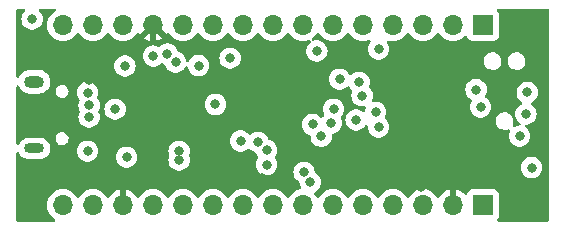
<source format=gbr>
%TF.GenerationSoftware,KiCad,Pcbnew,7.0.5-0*%
%TF.CreationDate,2023-06-05T20:56:04-04:00*%
%TF.ProjectId,mini_arduino_clone,6d696e69-5f61-4726-9475-696e6f5f636c,B*%
%TF.SameCoordinates,Original*%
%TF.FileFunction,Copper,L3,Inr*%
%TF.FilePolarity,Positive*%
%FSLAX46Y46*%
G04 Gerber Fmt 4.6, Leading zero omitted, Abs format (unit mm)*
G04 Created by KiCad (PCBNEW 7.0.5-0) date 2023-06-05 20:56:04*
%MOMM*%
%LPD*%
G01*
G04 APERTURE LIST*
%TA.AperFunction,ComponentPad*%
%ADD10O,1.700000X1.000000*%
%TD*%
%TA.AperFunction,ComponentPad*%
%ADD11O,1.700000X0.850000*%
%TD*%
%TA.AperFunction,ComponentPad*%
%ADD12R,1.700000X1.700000*%
%TD*%
%TA.AperFunction,ComponentPad*%
%ADD13O,1.700000X1.700000*%
%TD*%
%TA.AperFunction,ViaPad*%
%ADD14C,0.800000*%
%TD*%
%TA.AperFunction,Conductor*%
%ADD15C,0.500000*%
%TD*%
G04 APERTURE END LIST*
D10*
%TO.N,unconnected-(J101-Shield-Pad6)*%
%TO.C,J101*%
X1515000Y11842000D03*
D11*
X1515000Y6192000D03*
%TD*%
D12*
%TO.N,/D5*%
%TO.C,J103*%
X39497000Y16627000D03*
D13*
%TO.N,/D6*%
X36957000Y16627000D03*
%TO.N,/D7*%
X34417000Y16627000D03*
%TO.N,/D8*%
X31877000Y16627000D03*
%TO.N,/D9*%
X29337000Y16627000D03*
%TO.N,/D10*%
X26797000Y16627000D03*
%TO.N,/D11{slash}MOSI*%
X24257000Y16627000D03*
%TO.N,/D12{slash}MISO*%
X21717000Y16627000D03*
%TO.N,/D4*%
X19177000Y16627000D03*
%TO.N,/D3*%
X16637000Y16627000D03*
%TO.N,/D2*%
X14097000Y16627000D03*
%TO.N,GND*%
X11557000Y16627000D03*
%TO.N,/~{RESET}*%
X9017000Y16627000D03*
%TO.N,/D0{slash}RX*%
X6477000Y16627000D03*
%TO.N,/D1{slash}TX*%
X3937000Y16627000D03*
%TD*%
D12*
%TO.N,/D13{slash}SCK*%
%TO.C,J104*%
X39497000Y1387000D03*
D13*
%TO.N,GND*%
X36957000Y1387000D03*
%TO.N,/~{RESET}*%
X34417000Y1387000D03*
%TO.N,+5V*%
X31877000Y1387000D03*
%TO.N,/A7*%
X29337000Y1387000D03*
%TO.N,/A6*%
X26797000Y1387000D03*
%TO.N,/A5{slash}SCL*%
X24257000Y1387000D03*
%TO.N,/A4{slash}~{SDA}*%
X21717000Y1387000D03*
%TO.N,/A3*%
X19177000Y1387000D03*
%TO.N,/A2*%
X16637000Y1387000D03*
%TO.N,/A1*%
X14097000Y1387000D03*
%TO.N,/A0*%
X11557000Y1387000D03*
%TO.N,GND*%
X9017000Y1387000D03*
%TO.N,+3V3*%
X6477000Y1387000D03*
%TO.N,VBUS*%
X3937000Y1387000D03*
%TD*%
D14*
%TO.N,GND*%
X20826150Y3719987D03*
X1324893Y3676487D03*
X7903493Y5403687D03*
X21162293Y11957387D03*
X16539493Y4641687D03*
X35614893Y9707987D03*
X20298693Y14192087D03*
X13135893Y9518487D03*
X29696693Y7118865D03*
X36249893Y12185487D03*
X10214893Y6724487D03*
X43234893Y2152487D03*
X43361893Y15995487D03*
X5973093Y7384887D03*
X35233893Y3549487D03*
X34268693Y2965287D03*
X39170893Y12820487D03*
X6165244Y12007687D03*
X39932893Y4438487D03*
%TO.N,VBUS*%
X6023893Y10915487D03*
X6023893Y5962487D03*
%TO.N,+5V*%
X30661893Y7994487D03*
X1324893Y17138487D03*
X25435125Y14451719D03*
X39297893Y9707987D03*
X18088893Y13836487D03*
X43615893Y4565487D03*
X13770893Y5962487D03*
X13770893Y5200487D03*
%TO.N,/~{RESET}*%
X8359593Y9518487D03*
X15421893Y13201487D03*
X42599893Y7232487D03*
X26666994Y8339403D03*
X11595954Y14010356D03*
%TO.N,+3V3*%
X21173993Y4819487D03*
%TO.N,/USB_UART/VBUS*%
X9325893Y5454487D03*
X9186493Y13176087D03*
%TO.N,/D_P*%
X6150893Y8853100D03*
X13481598Y13490782D03*
%TO.N,/D_N*%
X12790188Y14182192D03*
X6150893Y9830900D03*
%TO.N,/D12{slash}MISO*%
X43139143Y9106237D03*
X27359893Y12058487D03*
%TO.N,/D13{slash}SCK*%
X43248271Y10928865D03*
X30661893Y14598487D03*
%TO.N,/D11{slash}MOSI*%
X29264893Y10661487D03*
X38916893Y11169487D03*
%TO.N,/D2*%
X26851893Y9518487D03*
%TO.N,/D3*%
X28763473Y8606810D03*
%TO.N,/D4*%
X30407893Y9261987D03*
%TO.N,/D10*%
X29010893Y11804487D03*
%TO.N,/A7*%
X25073893Y8219709D03*
%TO.N,/A6*%
X25806813Y7220390D03*
%TO.N,/A1*%
X21173993Y6028513D03*
%TO.N,/A0*%
X20456621Y6724487D03*
%TO.N,/D0{slash}RX*%
X24350993Y4184487D03*
X16844293Y9924887D03*
%TO.N,/D1{slash}TX*%
X18977893Y6826087D03*
X24882710Y3332892D03*
%TD*%
D15*
%TO.N,GND*%
X8106693Y14395287D02*
X7674893Y13963487D01*
X11557000Y16627000D02*
X12569513Y15614487D01*
X9325287Y14395287D02*
X8106693Y14395287D01*
X11557000Y16627000D02*
X9325287Y14395287D01*
X12569513Y15614487D02*
X12754893Y15614487D01*
%TD*%
%TA.AperFunction,Conductor*%
%TO.N,GND*%
G36*
X710157Y18013815D02*
G01*
X755912Y17961011D01*
X765856Y17891853D01*
X736831Y17828297D01*
X723525Y17816085D01*
X723851Y17815723D01*
X719022Y17811376D01*
X592359Y17670702D01*
X497714Y17506772D01*
X497711Y17506765D01*
X439220Y17326747D01*
X439219Y17326743D01*
X419433Y17138487D01*
X439219Y16950231D01*
X439220Y16950228D01*
X497711Y16770210D01*
X497714Y16770203D01*
X592360Y16606271D01*
X638425Y16555111D01*
X719022Y16465599D01*
X872158Y16354339D01*
X872163Y16354336D01*
X1045085Y16277345D01*
X1045090Y16277343D01*
X1230247Y16237987D01*
X1230248Y16237987D01*
X1419537Y16237987D01*
X1419539Y16237987D01*
X1604696Y16277343D01*
X1777623Y16354336D01*
X1930764Y16465599D01*
X2057426Y16606271D01*
X2152072Y16770203D01*
X2210567Y16950231D01*
X2230353Y17138487D01*
X2210567Y17326743D01*
X2152072Y17506771D01*
X2057426Y17670703D01*
X1930764Y17811375D01*
X1930763Y17811376D01*
X1925935Y17815723D01*
X1927444Y17817400D01*
X1891113Y17864521D01*
X1885140Y17934135D01*
X1917751Y17995927D01*
X1978592Y18030280D01*
X2006668Y18033500D01*
X3199038Y18033500D01*
X3266077Y18013815D01*
X3311832Y17961011D01*
X3321776Y17891853D01*
X3292751Y17828297D01*
X3263564Y17804199D01*
X3263605Y17804140D01*
X3262869Y17803625D01*
X3261037Y17802112D01*
X3259166Y17801032D01*
X3065597Y17665495D01*
X2898505Y17498403D01*
X2762965Y17304831D01*
X2762964Y17304829D01*
X2663098Y17090665D01*
X2663094Y17090656D01*
X2601938Y16862414D01*
X2601936Y16862404D01*
X2581341Y16627001D01*
X2581341Y16627000D01*
X2601936Y16391597D01*
X2601938Y16391587D01*
X2663094Y16163345D01*
X2663096Y16163341D01*
X2663097Y16163337D01*
X2742801Y15992412D01*
X2762965Y15949170D01*
X2762967Y15949166D01*
X2871281Y15794479D01*
X2898505Y15755599D01*
X3065599Y15588505D01*
X3143734Y15533794D01*
X3259165Y15452968D01*
X3259167Y15452967D01*
X3259170Y15452965D01*
X3473337Y15353097D01*
X3473343Y15353096D01*
X3473344Y15353095D01*
X3490870Y15348399D01*
X3701592Y15291937D01*
X3878034Y15276500D01*
X3936999Y15271341D01*
X3937000Y15271341D01*
X3937001Y15271341D01*
X3995966Y15276500D01*
X4172408Y15291937D01*
X4400663Y15353097D01*
X4614830Y15452965D01*
X4808401Y15588505D01*
X4975495Y15755599D01*
X5105424Y15941158D01*
X5160002Y15984783D01*
X5229500Y15991977D01*
X5291855Y15960454D01*
X5308575Y15941158D01*
X5438500Y15755605D01*
X5438505Y15755599D01*
X5605599Y15588505D01*
X5683734Y15533794D01*
X5799165Y15452968D01*
X5799167Y15452967D01*
X5799170Y15452965D01*
X6013337Y15353097D01*
X6013343Y15353096D01*
X6013344Y15353095D01*
X6030870Y15348399D01*
X6241592Y15291937D01*
X6418034Y15276500D01*
X6476999Y15271341D01*
X6477000Y15271341D01*
X6477001Y15271341D01*
X6535966Y15276500D01*
X6712408Y15291937D01*
X6940663Y15353097D01*
X7154830Y15452965D01*
X7348401Y15588505D01*
X7515495Y15755599D01*
X7645424Y15941158D01*
X7700002Y15984783D01*
X7769500Y15991977D01*
X7831855Y15960454D01*
X7848575Y15941158D01*
X7978500Y15755605D01*
X7978505Y15755599D01*
X8145599Y15588505D01*
X8223734Y15533794D01*
X8339165Y15452968D01*
X8339167Y15452967D01*
X8339170Y15452965D01*
X8553337Y15353097D01*
X8553343Y15353096D01*
X8553344Y15353095D01*
X8570870Y15348399D01*
X8781592Y15291937D01*
X8958034Y15276500D01*
X9016999Y15271341D01*
X9017000Y15271341D01*
X9017001Y15271341D01*
X9075966Y15276500D01*
X9252408Y15291937D01*
X9480663Y15353097D01*
X9694830Y15452965D01*
X9888401Y15588505D01*
X10055495Y15755599D01*
X10185730Y15941595D01*
X10240307Y15985219D01*
X10309805Y15992413D01*
X10372160Y15960890D01*
X10388879Y15941595D01*
X10518890Y15755922D01*
X10685917Y15588895D01*
X10879421Y15453400D01*
X11093507Y15353571D01*
X11093516Y15353567D01*
X11307000Y15296366D01*
X11307000Y16191499D01*
X11414685Y16142320D01*
X11521237Y16127000D01*
X11592763Y16127000D01*
X11699315Y16142320D01*
X11807000Y16191499D01*
X11807000Y15296367D01*
X12020483Y15353567D01*
X12020492Y15353571D01*
X12234578Y15453400D01*
X12428082Y15588895D01*
X12595105Y15755918D01*
X12725119Y15941595D01*
X12779696Y15985219D01*
X12849195Y15992412D01*
X12911549Y15960890D01*
X12928269Y15941595D01*
X13058505Y15755599D01*
X13225599Y15588505D01*
X13303734Y15533794D01*
X13419165Y15452968D01*
X13419167Y15452967D01*
X13419170Y15452965D01*
X13633337Y15353097D01*
X13633343Y15353096D01*
X13633344Y15353095D01*
X13650870Y15348399D01*
X13861592Y15291937D01*
X14038034Y15276500D01*
X14096999Y15271341D01*
X14097000Y15271341D01*
X14097001Y15271341D01*
X14155966Y15276500D01*
X14332408Y15291937D01*
X14560663Y15353097D01*
X14774830Y15452965D01*
X14968401Y15588505D01*
X15135495Y15755599D01*
X15265424Y15941158D01*
X15320002Y15984783D01*
X15389500Y15991977D01*
X15451855Y15960454D01*
X15468575Y15941158D01*
X15598500Y15755605D01*
X15598505Y15755599D01*
X15765599Y15588505D01*
X15843734Y15533794D01*
X15959165Y15452968D01*
X15959167Y15452967D01*
X15959170Y15452965D01*
X16173337Y15353097D01*
X16173343Y15353096D01*
X16173344Y15353095D01*
X16190870Y15348399D01*
X16401592Y15291937D01*
X16578034Y15276500D01*
X16636999Y15271341D01*
X16637000Y15271341D01*
X16637001Y15271341D01*
X16695966Y15276500D01*
X16872408Y15291937D01*
X17100663Y15353097D01*
X17314830Y15452965D01*
X17508401Y15588505D01*
X17675495Y15755599D01*
X17805424Y15941158D01*
X17860002Y15984783D01*
X17929500Y15991977D01*
X17991855Y15960454D01*
X18008575Y15941158D01*
X18138500Y15755605D01*
X18138505Y15755599D01*
X18305599Y15588505D01*
X18383734Y15533794D01*
X18499165Y15452968D01*
X18499167Y15452967D01*
X18499170Y15452965D01*
X18713337Y15353097D01*
X18713343Y15353096D01*
X18713344Y15353095D01*
X18730870Y15348399D01*
X18941592Y15291937D01*
X19118034Y15276500D01*
X19176999Y15271341D01*
X19177000Y15271341D01*
X19177001Y15271341D01*
X19235966Y15276500D01*
X19412408Y15291937D01*
X19640663Y15353097D01*
X19854830Y15452965D01*
X20048401Y15588505D01*
X20215495Y15755599D01*
X20345424Y15941158D01*
X20400002Y15984783D01*
X20469500Y15991977D01*
X20531855Y15960454D01*
X20548575Y15941158D01*
X20678500Y15755605D01*
X20678505Y15755599D01*
X20845599Y15588505D01*
X20923734Y15533794D01*
X21039165Y15452968D01*
X21039167Y15452967D01*
X21039170Y15452965D01*
X21253337Y15353097D01*
X21253343Y15353096D01*
X21253344Y15353095D01*
X21270870Y15348399D01*
X21481592Y15291937D01*
X21658034Y15276500D01*
X21716999Y15271341D01*
X21717000Y15271341D01*
X21717001Y15271341D01*
X21775966Y15276500D01*
X21952408Y15291937D01*
X22180663Y15353097D01*
X22394830Y15452965D01*
X22588401Y15588505D01*
X22755495Y15755599D01*
X22885424Y15941158D01*
X22940002Y15984783D01*
X23009500Y15991977D01*
X23071855Y15960454D01*
X23088575Y15941158D01*
X23218500Y15755605D01*
X23218505Y15755599D01*
X23385599Y15588505D01*
X23463734Y15533794D01*
X23579165Y15452968D01*
X23579167Y15452967D01*
X23579170Y15452965D01*
X23793337Y15353097D01*
X23793343Y15353096D01*
X23793344Y15353095D01*
X23810870Y15348399D01*
X24021592Y15291937D01*
X24198034Y15276500D01*
X24256999Y15271341D01*
X24257000Y15271341D01*
X24257001Y15271341D01*
X24315966Y15276500D01*
X24492408Y15291937D01*
X24720663Y15353097D01*
X24734715Y15359650D01*
X24803788Y15370145D01*
X24867573Y15341629D01*
X24905816Y15283155D01*
X24906375Y15213287D01*
X24869071Y15154209D01*
X24860010Y15146954D01*
X24829255Y15124609D01*
X24829254Y15124608D01*
X24702591Y14983934D01*
X24607946Y14820004D01*
X24607943Y14819997D01*
X24568184Y14697630D01*
X24549451Y14639975D01*
X24529665Y14451719D01*
X24549451Y14263463D01*
X24549452Y14263460D01*
X24607943Y14083442D01*
X24607946Y14083435D01*
X24702592Y13919503D01*
X24797285Y13814336D01*
X24829254Y13778831D01*
X24982390Y13667571D01*
X24982395Y13667568D01*
X25155317Y13590577D01*
X25155322Y13590575D01*
X25340479Y13551219D01*
X25340480Y13551219D01*
X25529769Y13551219D01*
X25529771Y13551219D01*
X25714928Y13590575D01*
X25887855Y13667568D01*
X26040996Y13778831D01*
X26167658Y13919503D01*
X26262304Y14083435D01*
X26320799Y14263463D01*
X26340585Y14451719D01*
X26320799Y14639975D01*
X26262304Y14820003D01*
X26167658Y14983935D01*
X26040996Y15124607D01*
X26040995Y15124608D01*
X25887859Y15235868D01*
X25887854Y15235871D01*
X25714932Y15312862D01*
X25714927Y15312864D01*
X25569125Y15343854D01*
X25529771Y15352219D01*
X25340479Y15352219D01*
X25290657Y15341629D01*
X25148965Y15311512D01*
X25148444Y15313960D01*
X25089831Y15312302D01*
X25030009Y15348399D01*
X24999198Y15411108D01*
X25007182Y15480520D01*
X25050264Y15533793D01*
X25128401Y15588505D01*
X25295495Y15755599D01*
X25425424Y15941158D01*
X25480002Y15984783D01*
X25549500Y15991977D01*
X25611855Y15960454D01*
X25628575Y15941158D01*
X25758500Y15755605D01*
X25758505Y15755599D01*
X25925599Y15588505D01*
X26003734Y15533794D01*
X26119165Y15452968D01*
X26119167Y15452967D01*
X26119170Y15452965D01*
X26333337Y15353097D01*
X26333343Y15353096D01*
X26333344Y15353095D01*
X26350870Y15348399D01*
X26561592Y15291937D01*
X26738034Y15276500D01*
X26796999Y15271341D01*
X26797000Y15271341D01*
X26797001Y15271341D01*
X26855966Y15276500D01*
X27032408Y15291937D01*
X27260663Y15353097D01*
X27474830Y15452965D01*
X27668401Y15588505D01*
X27835495Y15755599D01*
X27965424Y15941158D01*
X28020002Y15984783D01*
X28089500Y15991977D01*
X28151855Y15960454D01*
X28168575Y15941158D01*
X28298500Y15755605D01*
X28298505Y15755599D01*
X28465599Y15588505D01*
X28543734Y15533794D01*
X28659165Y15452968D01*
X28659167Y15452967D01*
X28659170Y15452965D01*
X28873337Y15353097D01*
X28873343Y15353096D01*
X28873344Y15353095D01*
X28890870Y15348399D01*
X29101592Y15291937D01*
X29278034Y15276500D01*
X29336999Y15271341D01*
X29337000Y15271341D01*
X29337001Y15271341D01*
X29395966Y15276500D01*
X29572408Y15291937D01*
X29800663Y15353097D01*
X29815294Y15359920D01*
X29884372Y15370413D01*
X29948156Y15341894D01*
X29986397Y15283418D01*
X29986952Y15213551D01*
X29959851Y15164567D01*
X29929359Y15130703D01*
X29834714Y14966772D01*
X29834711Y14966765D01*
X29778741Y14794505D01*
X29776219Y14786743D01*
X29756433Y14598487D01*
X29776219Y14410231D01*
X29776220Y14410228D01*
X29834711Y14230210D01*
X29834714Y14230203D01*
X29929360Y14066271D01*
X30056022Y13925600D01*
X30056022Y13925599D01*
X30209158Y13814339D01*
X30209163Y13814336D01*
X30382085Y13737345D01*
X30382090Y13737343D01*
X30567247Y13697987D01*
X30567248Y13697987D01*
X30756537Y13697987D01*
X30756539Y13697987D01*
X30941696Y13737343D01*
X31114623Y13814336D01*
X31267764Y13925599D01*
X31394426Y14066271D01*
X31489072Y14230203D01*
X31547567Y14410231D01*
X31567353Y14598487D01*
X31547567Y14786743D01*
X31489072Y14966771D01*
X31397945Y15124608D01*
X31391177Y15136331D01*
X31392465Y15137075D01*
X31371559Y15195661D01*
X31387381Y15263716D01*
X31437484Y15312413D01*
X31505962Y15326292D01*
X31527449Y15322521D01*
X31559400Y15313960D01*
X31641592Y15291937D01*
X31818034Y15276500D01*
X31876999Y15271341D01*
X31877000Y15271341D01*
X31877001Y15271341D01*
X31935966Y15276500D01*
X32112408Y15291937D01*
X32340663Y15353097D01*
X32554830Y15452965D01*
X32748401Y15588505D01*
X32915495Y15755599D01*
X33045424Y15941158D01*
X33100002Y15984783D01*
X33169500Y15991977D01*
X33231855Y15960454D01*
X33248575Y15941158D01*
X33378500Y15755605D01*
X33378505Y15755599D01*
X33545599Y15588505D01*
X33623734Y15533794D01*
X33739165Y15452968D01*
X33739167Y15452967D01*
X33739170Y15452965D01*
X33953337Y15353097D01*
X33953343Y15353096D01*
X33953344Y15353095D01*
X33970870Y15348399D01*
X34181592Y15291937D01*
X34358034Y15276500D01*
X34416999Y15271341D01*
X34417000Y15271341D01*
X34417001Y15271341D01*
X34475966Y15276500D01*
X34652408Y15291937D01*
X34880663Y15353097D01*
X35094830Y15452965D01*
X35288401Y15588505D01*
X35455495Y15755599D01*
X35585424Y15941158D01*
X35640002Y15984783D01*
X35709500Y15991977D01*
X35771855Y15960454D01*
X35788575Y15941158D01*
X35918500Y15755605D01*
X35918505Y15755599D01*
X36085599Y15588505D01*
X36163734Y15533794D01*
X36279165Y15452968D01*
X36279167Y15452967D01*
X36279170Y15452965D01*
X36493337Y15353097D01*
X36493343Y15353096D01*
X36493344Y15353095D01*
X36510870Y15348399D01*
X36721592Y15291937D01*
X36898034Y15276500D01*
X36956999Y15271341D01*
X36957000Y15271341D01*
X36957001Y15271341D01*
X37015966Y15276500D01*
X37192408Y15291937D01*
X37420663Y15353097D01*
X37634830Y15452965D01*
X37828401Y15588505D01*
X37950329Y15710434D01*
X38011648Y15743916D01*
X38081340Y15738932D01*
X38137274Y15697061D01*
X38154189Y15666083D01*
X38203202Y15534672D01*
X38203206Y15534665D01*
X38289452Y15419456D01*
X38289455Y15419453D01*
X38404664Y15333207D01*
X38404671Y15333203D01*
X38539517Y15282909D01*
X38539516Y15282909D01*
X38546444Y15282165D01*
X38599127Y15276500D01*
X40394872Y15276501D01*
X40454483Y15282909D01*
X40589331Y15333204D01*
X40704546Y15419454D01*
X40790796Y15534669D01*
X40841091Y15669517D01*
X40847500Y15729127D01*
X40847499Y17524872D01*
X40841091Y17584483D01*
X40839810Y17587917D01*
X40790797Y17719329D01*
X40790793Y17719336D01*
X40704065Y17835189D01*
X40679647Y17900653D01*
X40694498Y17968926D01*
X40743903Y18018332D01*
X40803331Y18033500D01*
X44960500Y18033500D01*
X45027539Y18013815D01*
X45073294Y17961011D01*
X45084500Y17909500D01*
X45084500Y124500D01*
X45064815Y57461D01*
X45012011Y11706D01*
X44960500Y500D01*
X40818303Y500D01*
X40751264Y20185D01*
X40705509Y72989D01*
X40695565Y142147D01*
X40719037Y198811D01*
X40790793Y294665D01*
X40790792Y294665D01*
X40790796Y294669D01*
X40841091Y429517D01*
X40847500Y489127D01*
X40847499Y2284872D01*
X40841091Y2344483D01*
X40840002Y2347402D01*
X40790797Y2479329D01*
X40790793Y2479336D01*
X40704547Y2594545D01*
X40704544Y2594548D01*
X40589335Y2680794D01*
X40589328Y2680798D01*
X40454482Y2731092D01*
X40454483Y2731092D01*
X40394883Y2737499D01*
X40394881Y2737500D01*
X40394873Y2737500D01*
X40394864Y2737500D01*
X38599129Y2737500D01*
X38599123Y2737499D01*
X38539516Y2731092D01*
X38404671Y2680798D01*
X38404664Y2680794D01*
X38289455Y2594548D01*
X38289452Y2594545D01*
X38203206Y2479336D01*
X38203202Y2479329D01*
X38153997Y2347402D01*
X38112126Y2291468D01*
X38046661Y2267051D01*
X37978388Y2281903D01*
X37950134Y2303054D01*
X37828082Y2425106D01*
X37634578Y2560601D01*
X37420492Y2660430D01*
X37420486Y2660433D01*
X37207000Y2717636D01*
X37207000Y1822502D01*
X37099315Y1871680D01*
X36992763Y1887000D01*
X36921237Y1887000D01*
X36814685Y1871680D01*
X36707000Y1822502D01*
X36707000Y2717636D01*
X36706999Y2717636D01*
X36493513Y2660433D01*
X36493507Y2660430D01*
X36279422Y2560601D01*
X36279420Y2560600D01*
X36085926Y2425114D01*
X36085920Y2425109D01*
X35918891Y2258080D01*
X35918890Y2258078D01*
X35788880Y2072405D01*
X35734303Y2028781D01*
X35664804Y2021588D01*
X35602450Y2053110D01*
X35585730Y2072406D01*
X35455494Y2258403D01*
X35288402Y2425494D01*
X35288395Y2425499D01*
X35094834Y2561033D01*
X35094830Y2561035D01*
X35094829Y2561036D01*
X34880663Y2660903D01*
X34880659Y2660904D01*
X34880655Y2660906D01*
X34652413Y2722062D01*
X34652403Y2722064D01*
X34417001Y2742659D01*
X34416999Y2742659D01*
X34181596Y2722064D01*
X34181586Y2722062D01*
X33953344Y2660906D01*
X33953335Y2660902D01*
X33739171Y2561036D01*
X33739169Y2561035D01*
X33545597Y2425495D01*
X33378505Y2258403D01*
X33248575Y2072842D01*
X33193998Y2029217D01*
X33124500Y2022023D01*
X33062145Y2053546D01*
X33045425Y2072842D01*
X32915494Y2258403D01*
X32748402Y2425494D01*
X32748395Y2425499D01*
X32554834Y2561033D01*
X32554830Y2561035D01*
X32554830Y2561036D01*
X32340663Y2660903D01*
X32340659Y2660904D01*
X32340655Y2660906D01*
X32112413Y2722062D01*
X32112403Y2722064D01*
X31877001Y2742659D01*
X31876999Y2742659D01*
X31641596Y2722064D01*
X31641586Y2722062D01*
X31413344Y2660906D01*
X31413335Y2660902D01*
X31199171Y2561036D01*
X31199169Y2561035D01*
X31005597Y2425495D01*
X30838508Y2258406D01*
X30708574Y2072840D01*
X30653997Y2029216D01*
X30584498Y2022023D01*
X30522144Y2053545D01*
X30505429Y2072836D01*
X30375495Y2258401D01*
X30375493Y2258404D01*
X30208402Y2425494D01*
X30208395Y2425499D01*
X30014834Y2561033D01*
X30014830Y2561035D01*
X30014829Y2561036D01*
X29800663Y2660903D01*
X29800659Y2660904D01*
X29800655Y2660906D01*
X29572413Y2722062D01*
X29572403Y2722064D01*
X29337001Y2742659D01*
X29336999Y2742659D01*
X29101596Y2722064D01*
X29101586Y2722062D01*
X28873344Y2660906D01*
X28873335Y2660902D01*
X28659171Y2561036D01*
X28659169Y2561035D01*
X28465597Y2425495D01*
X28298505Y2258403D01*
X28168575Y2072842D01*
X28113998Y2029217D01*
X28044500Y2022023D01*
X27982145Y2053546D01*
X27965425Y2072842D01*
X27835494Y2258403D01*
X27668402Y2425494D01*
X27668395Y2425499D01*
X27474834Y2561033D01*
X27474830Y2561035D01*
X27474829Y2561036D01*
X27260663Y2660903D01*
X27260659Y2660904D01*
X27260655Y2660906D01*
X27032413Y2722062D01*
X27032403Y2722064D01*
X26797001Y2742659D01*
X26796999Y2742659D01*
X26561596Y2722064D01*
X26561586Y2722062D01*
X26333344Y2660906D01*
X26333335Y2660902D01*
X26119171Y2561036D01*
X26119169Y2561035D01*
X25925597Y2425495D01*
X25758508Y2258406D01*
X25628574Y2072840D01*
X25573997Y2029216D01*
X25504498Y2022023D01*
X25442144Y2053545D01*
X25425429Y2072836D01*
X25295495Y2258401D01*
X25234480Y2319416D01*
X25200997Y2380736D01*
X25205981Y2450428D01*
X25247852Y2506362D01*
X25271727Y2520374D01*
X25335440Y2548741D01*
X25488581Y2660004D01*
X25615243Y2800676D01*
X25709889Y2964608D01*
X25768384Y3144636D01*
X25788170Y3332892D01*
X25768384Y3521148D01*
X25709889Y3701176D01*
X25615243Y3865108D01*
X25488581Y4005780D01*
X25447900Y4035336D01*
X25335443Y4117041D01*
X25335442Y4117042D01*
X25335440Y4117043D01*
X25325410Y4121509D01*
X25272175Y4166760D01*
X25252528Y4221824D01*
X25236667Y4372743D01*
X25178172Y4552771D01*
X25170830Y4565487D01*
X42710433Y4565487D01*
X42730219Y4377231D01*
X42730220Y4377228D01*
X42788711Y4197210D01*
X42788714Y4197203D01*
X42883360Y4033271D01*
X42916714Y3996228D01*
X43010022Y3892599D01*
X43163158Y3781339D01*
X43163163Y3781336D01*
X43336085Y3704345D01*
X43336090Y3704343D01*
X43521247Y3664987D01*
X43521248Y3664987D01*
X43710537Y3664987D01*
X43710539Y3664987D01*
X43895696Y3704343D01*
X44068623Y3781336D01*
X44221764Y3892599D01*
X44348426Y4033271D01*
X44443072Y4197203D01*
X44501567Y4377231D01*
X44521353Y4565487D01*
X44501567Y4753743D01*
X44443072Y4933771D01*
X44348426Y5097703D01*
X44221764Y5238375D01*
X44221763Y5238376D01*
X44068627Y5349636D01*
X44068622Y5349639D01*
X43895700Y5426630D01*
X43895695Y5426632D01*
X43749894Y5457622D01*
X43710539Y5465987D01*
X43521247Y5465987D01*
X43488790Y5459089D01*
X43336090Y5426632D01*
X43336085Y5426630D01*
X43163163Y5349639D01*
X43163158Y5349636D01*
X43010022Y5238376D01*
X42883359Y5097702D01*
X42788714Y4933772D01*
X42788711Y4933765D01*
X42739270Y4781599D01*
X42730219Y4753743D01*
X42710433Y4565487D01*
X25170830Y4565487D01*
X25083526Y4716703D01*
X24956864Y4857375D01*
X24956863Y4857376D01*
X24803727Y4968636D01*
X24803722Y4968639D01*
X24630800Y5045630D01*
X24630795Y5045632D01*
X24484993Y5076622D01*
X24445639Y5084987D01*
X24256347Y5084987D01*
X24223890Y5078089D01*
X24071190Y5045632D01*
X24071185Y5045630D01*
X23898263Y4968639D01*
X23898258Y4968636D01*
X23745122Y4857376D01*
X23618459Y4716702D01*
X23523814Y4552772D01*
X23523811Y4552765D01*
X23490812Y4451203D01*
X23465319Y4372743D01*
X23445533Y4184487D01*
X23465319Y3996231D01*
X23465320Y3996228D01*
X23523811Y3816210D01*
X23523814Y3816203D01*
X23618460Y3652271D01*
X23736520Y3521152D01*
X23745122Y3511599D01*
X23898258Y3400339D01*
X23898260Y3400338D01*
X23898263Y3400336D01*
X23908290Y3395872D01*
X23961526Y3350621D01*
X23981174Y3295555D01*
X23997036Y3144636D01*
X23997037Y3144633D01*
X24055528Y2964615D01*
X24055531Y2964608D01*
X24091456Y2902384D01*
X24107929Y2834483D01*
X24085076Y2768457D01*
X24030155Y2725266D01*
X24016162Y2720609D01*
X23793344Y2660906D01*
X23793335Y2660902D01*
X23579171Y2561036D01*
X23579169Y2561035D01*
X23385597Y2425495D01*
X23218505Y2258403D01*
X23088575Y2072842D01*
X23033998Y2029217D01*
X22964500Y2022023D01*
X22902145Y2053546D01*
X22885425Y2072842D01*
X22755494Y2258403D01*
X22588402Y2425494D01*
X22588395Y2425499D01*
X22394834Y2561033D01*
X22394830Y2561035D01*
X22394830Y2561036D01*
X22180663Y2660903D01*
X22180659Y2660904D01*
X22180655Y2660906D01*
X21952413Y2722062D01*
X21952403Y2722064D01*
X21717001Y2742659D01*
X21716999Y2742659D01*
X21481596Y2722064D01*
X21481586Y2722062D01*
X21253344Y2660906D01*
X21253335Y2660902D01*
X21039171Y2561036D01*
X21039169Y2561035D01*
X20845597Y2425495D01*
X20678508Y2258406D01*
X20548574Y2072840D01*
X20493997Y2029216D01*
X20424498Y2022023D01*
X20362144Y2053545D01*
X20345429Y2072836D01*
X20215495Y2258401D01*
X20215493Y2258404D01*
X20048402Y2425494D01*
X20048395Y2425499D01*
X19854834Y2561033D01*
X19854830Y2561035D01*
X19854829Y2561036D01*
X19640663Y2660903D01*
X19640659Y2660904D01*
X19640655Y2660906D01*
X19412413Y2722062D01*
X19412403Y2722064D01*
X19177001Y2742659D01*
X19176999Y2742659D01*
X18941596Y2722064D01*
X18941586Y2722062D01*
X18713344Y2660906D01*
X18713335Y2660902D01*
X18499171Y2561036D01*
X18499169Y2561035D01*
X18305597Y2425495D01*
X18138505Y2258403D01*
X18008575Y2072842D01*
X17953998Y2029217D01*
X17884500Y2022023D01*
X17822145Y2053546D01*
X17805425Y2072842D01*
X17675494Y2258403D01*
X17508402Y2425494D01*
X17508395Y2425499D01*
X17314834Y2561033D01*
X17314830Y2561035D01*
X17314829Y2561036D01*
X17100663Y2660903D01*
X17100659Y2660904D01*
X17100655Y2660906D01*
X16872413Y2722062D01*
X16872403Y2722064D01*
X16637001Y2742659D01*
X16636999Y2742659D01*
X16401596Y2722064D01*
X16401586Y2722062D01*
X16173344Y2660906D01*
X16173335Y2660902D01*
X15959171Y2561036D01*
X15959169Y2561035D01*
X15765597Y2425495D01*
X15598505Y2258403D01*
X15468575Y2072842D01*
X15413998Y2029217D01*
X15344500Y2022023D01*
X15282145Y2053546D01*
X15265425Y2072842D01*
X15135494Y2258403D01*
X14968402Y2425494D01*
X14968395Y2425499D01*
X14774834Y2561033D01*
X14774830Y2561035D01*
X14774829Y2561036D01*
X14560663Y2660903D01*
X14560659Y2660904D01*
X14560655Y2660906D01*
X14332413Y2722062D01*
X14332403Y2722064D01*
X14097001Y2742659D01*
X14096999Y2742659D01*
X13861596Y2722064D01*
X13861586Y2722062D01*
X13633344Y2660906D01*
X13633335Y2660902D01*
X13419171Y2561036D01*
X13419169Y2561035D01*
X13225597Y2425495D01*
X13058505Y2258403D01*
X12928575Y2072842D01*
X12873998Y2029217D01*
X12804500Y2022023D01*
X12742145Y2053546D01*
X12725425Y2072842D01*
X12595494Y2258403D01*
X12428402Y2425494D01*
X12428395Y2425499D01*
X12234834Y2561033D01*
X12234830Y2561035D01*
X12234829Y2561036D01*
X12020663Y2660903D01*
X12020659Y2660904D01*
X12020655Y2660906D01*
X11792413Y2722062D01*
X11792403Y2722064D01*
X11557001Y2742659D01*
X11556999Y2742659D01*
X11321596Y2722064D01*
X11321586Y2722062D01*
X11093344Y2660906D01*
X11093335Y2660902D01*
X10879171Y2561036D01*
X10879169Y2561035D01*
X10685597Y2425495D01*
X10518508Y2258406D01*
X10388269Y2072405D01*
X10333692Y2028781D01*
X10264193Y2021588D01*
X10201839Y2053110D01*
X10185119Y2072406D01*
X10055113Y2258074D01*
X10055108Y2258080D01*
X9888082Y2425106D01*
X9694578Y2560601D01*
X9480492Y2660430D01*
X9480486Y2660433D01*
X9267000Y2717636D01*
X9267000Y1822502D01*
X9159315Y1871680D01*
X9052763Y1887000D01*
X8981237Y1887000D01*
X8874685Y1871680D01*
X8767000Y1822502D01*
X8767000Y2717636D01*
X8766999Y2717636D01*
X8553513Y2660433D01*
X8553507Y2660430D01*
X8339422Y2560601D01*
X8339420Y2560600D01*
X8145926Y2425114D01*
X8145920Y2425109D01*
X7978891Y2258080D01*
X7978890Y2258078D01*
X7848880Y2072405D01*
X7794303Y2028781D01*
X7724804Y2021588D01*
X7662450Y2053110D01*
X7645730Y2072406D01*
X7515494Y2258403D01*
X7348402Y2425494D01*
X7348395Y2425499D01*
X7154834Y2561033D01*
X7154830Y2561035D01*
X7154828Y2561036D01*
X6940663Y2660903D01*
X6940659Y2660904D01*
X6940655Y2660906D01*
X6712413Y2722062D01*
X6712403Y2722064D01*
X6477001Y2742659D01*
X6476999Y2742659D01*
X6241596Y2722064D01*
X6241586Y2722062D01*
X6013344Y2660906D01*
X6013335Y2660902D01*
X5799171Y2561036D01*
X5799169Y2561035D01*
X5605597Y2425495D01*
X5438505Y2258403D01*
X5308575Y2072842D01*
X5253998Y2029217D01*
X5184500Y2022023D01*
X5122145Y2053546D01*
X5105425Y2072842D01*
X4975494Y2258403D01*
X4808402Y2425494D01*
X4808395Y2425499D01*
X4614834Y2561033D01*
X4614830Y2561035D01*
X4614828Y2561036D01*
X4400663Y2660903D01*
X4400659Y2660904D01*
X4400655Y2660906D01*
X4172413Y2722062D01*
X4172403Y2722064D01*
X3937001Y2742659D01*
X3936999Y2742659D01*
X3701596Y2722064D01*
X3701586Y2722062D01*
X3473344Y2660906D01*
X3473335Y2660902D01*
X3259171Y2561036D01*
X3259169Y2561035D01*
X3065597Y2425495D01*
X2898505Y2258403D01*
X2762965Y2064831D01*
X2762964Y2064829D01*
X2663098Y1850665D01*
X2663094Y1850656D01*
X2601938Y1622414D01*
X2601936Y1622404D01*
X2581341Y1387001D01*
X2581341Y1387000D01*
X2601936Y1151597D01*
X2601938Y1151587D01*
X2663094Y923345D01*
X2663096Y923341D01*
X2663097Y923337D01*
X2742801Y752412D01*
X2762965Y709170D01*
X2762967Y709166D01*
X2871281Y554479D01*
X2898504Y515600D01*
X2898506Y515598D01*
X3065597Y348507D01*
X3065603Y348502D01*
X3240447Y226075D01*
X3284072Y171498D01*
X3291266Y102000D01*
X3259743Y39645D01*
X3199513Y4231D01*
X3169324Y500D01*
X124500Y500D01*
X57461Y20185D01*
X11706Y72989D01*
X500Y124500D01*
X500Y5780254D01*
X20185Y5847293D01*
X72989Y5893048D01*
X142147Y5902992D01*
X205703Y5873967D01*
X237780Y5830689D01*
X284076Y5726703D01*
X332368Y5660236D01*
X398431Y5569308D01*
X398432Y5569307D01*
X398433Y5569306D01*
X398435Y5569303D01*
X479518Y5496297D01*
X543008Y5439130D01*
X581498Y5416908D01*
X711488Y5341858D01*
X711489Y5341857D01*
X711491Y5341857D01*
X711492Y5341856D01*
X896518Y5281738D01*
X1041496Y5266500D01*
X1041501Y5266500D01*
X1988499Y5266500D01*
X1988504Y5266500D01*
X2133482Y5281738D01*
X2318508Y5341856D01*
X2486992Y5439130D01*
X2602540Y5543170D01*
X2631564Y5569303D01*
X2631564Y5569305D01*
X2631569Y5569308D01*
X2745922Y5726701D01*
X2825051Y5904429D01*
X2837392Y5962487D01*
X5118433Y5962487D01*
X5138219Y5774231D01*
X5138220Y5774228D01*
X5196711Y5594210D01*
X5196714Y5594203D01*
X5291360Y5430271D01*
X5418021Y5289600D01*
X5418022Y5289599D01*
X5571158Y5178339D01*
X5571163Y5178336D01*
X5744085Y5101345D01*
X5744090Y5101343D01*
X5929247Y5061987D01*
X5929248Y5061987D01*
X6118537Y5061987D01*
X6118539Y5061987D01*
X6303696Y5101343D01*
X6476623Y5178336D01*
X6629764Y5289599D01*
X6756426Y5430271D01*
X6770407Y5454487D01*
X8420433Y5454487D01*
X8440219Y5266231D01*
X8440220Y5266228D01*
X8498711Y5086210D01*
X8498714Y5086203D01*
X8593360Y4922271D01*
X8720021Y4781600D01*
X8720022Y4781599D01*
X8873158Y4670339D01*
X8873163Y4670336D01*
X9046085Y4593345D01*
X9046090Y4593343D01*
X9231247Y4553987D01*
X9231248Y4553987D01*
X9420537Y4553987D01*
X9420539Y4553987D01*
X9605696Y4593343D01*
X9778623Y4670336D01*
X9931764Y4781599D01*
X10058426Y4922271D01*
X10153072Y5086203D01*
X10190205Y5200487D01*
X12865433Y5200487D01*
X12885219Y5012231D01*
X12885220Y5012228D01*
X12943711Y4832210D01*
X12943714Y4832203D01*
X13038360Y4668271D01*
X13165021Y4527599D01*
X13165022Y4527599D01*
X13318158Y4416339D01*
X13318163Y4416336D01*
X13491085Y4339345D01*
X13491090Y4339343D01*
X13676247Y4299987D01*
X13676248Y4299987D01*
X13865537Y4299987D01*
X13865539Y4299987D01*
X14050696Y4339343D01*
X14223623Y4416336D01*
X14376764Y4527599D01*
X14503426Y4668271D01*
X14598072Y4832203D01*
X14656567Y5012231D01*
X14676353Y5200487D01*
X14656567Y5388743D01*
X14606389Y5543172D01*
X14604395Y5613009D01*
X14606380Y5619776D01*
X14656567Y5774231D01*
X14676353Y5962487D01*
X14656567Y6150743D01*
X14598072Y6330771D01*
X14503426Y6494703D01*
X14376764Y6635375D01*
X14373534Y6637722D01*
X14223627Y6746636D01*
X14223622Y6746639D01*
X14050700Y6823630D01*
X14050695Y6823632D01*
X14039145Y6826087D01*
X18072433Y6826087D01*
X18092219Y6637831D01*
X18092220Y6637828D01*
X18150711Y6457810D01*
X18150714Y6457803D01*
X18245360Y6293871D01*
X18340932Y6187728D01*
X18372022Y6153199D01*
X18525158Y6041939D01*
X18525163Y6041936D01*
X18698085Y5964945D01*
X18698090Y5964943D01*
X18883247Y5925587D01*
X18883248Y5925587D01*
X19072537Y5925587D01*
X19072539Y5925587D01*
X19257696Y5964943D01*
X19430623Y6041936D01*
X19583764Y6153199D01*
X19583768Y6153204D01*
X19588536Y6157496D01*
X19651527Y6187728D01*
X19720862Y6179105D01*
X19763661Y6148321D01*
X19850750Y6051599D01*
X20003886Y5940339D01*
X20003891Y5940336D01*
X20176813Y5863345D01*
X20176818Y5863343D01*
X20218506Y5854483D01*
X20279986Y5821292D01*
X20310656Y5771511D01*
X20346811Y5660235D01*
X20346814Y5660229D01*
X20444709Y5490669D01*
X20443500Y5489972D01*
X20464511Y5431071D01*
X20448681Y5363019D01*
X20441893Y5352455D01*
X20346814Y5187772D01*
X20346811Y5187765D01*
X20300629Y5045630D01*
X20288319Y5007743D01*
X20268533Y4819487D01*
X20288319Y4631231D01*
X20288320Y4631228D01*
X20346811Y4451210D01*
X20346814Y4451203D01*
X20441460Y4287271D01*
X20549969Y4166760D01*
X20568122Y4146599D01*
X20721258Y4035339D01*
X20721263Y4035336D01*
X20894185Y3958345D01*
X20894190Y3958343D01*
X21079347Y3918987D01*
X21079348Y3918987D01*
X21268637Y3918987D01*
X21268639Y3918987D01*
X21453796Y3958343D01*
X21626723Y4035336D01*
X21779864Y4146599D01*
X21906526Y4287271D01*
X22001172Y4451203D01*
X22059667Y4631231D01*
X22079453Y4819487D01*
X22059667Y5007743D01*
X22001172Y5187771D01*
X21912210Y5341858D01*
X21903277Y5357331D01*
X21904488Y5358031D01*
X21883474Y5416908D01*
X21899292Y5484963D01*
X21906086Y5495536D01*
X21906524Y5496296D01*
X21906526Y5496297D01*
X22001172Y5660229D01*
X22059667Y5840257D01*
X22079453Y6028513D01*
X22059667Y6216769D01*
X22001172Y6396797D01*
X21906526Y6560729D01*
X21779864Y6701401D01*
X21779863Y6701402D01*
X21626727Y6812662D01*
X21626722Y6812665D01*
X21453800Y6889656D01*
X21453796Y6889657D01*
X21412106Y6898519D01*
X21350624Y6931712D01*
X21319957Y6981491D01*
X21300250Y7042144D01*
X21283800Y7092771D01*
X21189154Y7256703D01*
X21062492Y7397375D01*
X21030329Y7420743D01*
X20909355Y7508636D01*
X20909350Y7508639D01*
X20736428Y7585630D01*
X20736423Y7585632D01*
X20590621Y7616622D01*
X20551267Y7624987D01*
X20361975Y7624987D01*
X20329518Y7618089D01*
X20176818Y7585632D01*
X20176813Y7585630D01*
X20003891Y7508639D01*
X20003886Y7508636D01*
X19850746Y7397374D01*
X19845967Y7393070D01*
X19782974Y7362845D01*
X19713639Y7371475D01*
X19670852Y7402254D01*
X19654204Y7420743D01*
X19583764Y7498975D01*
X19545644Y7526671D01*
X19430627Y7610236D01*
X19430622Y7610239D01*
X19257700Y7687230D01*
X19257695Y7687232D01*
X19111894Y7718222D01*
X19072539Y7726587D01*
X18883247Y7726587D01*
X18850790Y7719689D01*
X18698090Y7687232D01*
X18698085Y7687230D01*
X18525163Y7610239D01*
X18525158Y7610236D01*
X18372022Y7498976D01*
X18245359Y7358302D01*
X18150714Y7194372D01*
X18150711Y7194365D01*
X18092220Y7014347D01*
X18092219Y7014343D01*
X18072433Y6826087D01*
X14039145Y6826087D01*
X13904894Y6854622D01*
X13865539Y6862987D01*
X13676247Y6862987D01*
X13643790Y6856089D01*
X13491090Y6823632D01*
X13491085Y6823630D01*
X13318163Y6746639D01*
X13318158Y6746636D01*
X13165022Y6635376D01*
X13038359Y6494702D01*
X12943714Y6330772D01*
X12943711Y6330765D01*
X12906672Y6216769D01*
X12885219Y6150743D01*
X12865433Y5962487D01*
X12885219Y5774231D01*
X12885220Y5774228D01*
X12935395Y5619806D01*
X12937390Y5549965D01*
X12935395Y5543170D01*
X12894370Y5416908D01*
X12885219Y5388743D01*
X12865433Y5200487D01*
X10190205Y5200487D01*
X10211567Y5266231D01*
X10231353Y5454487D01*
X10211567Y5642743D01*
X10153072Y5822771D01*
X10058426Y5986703D01*
X9931764Y6127375D01*
X9931763Y6127376D01*
X9778627Y6238636D01*
X9778622Y6238639D01*
X9605700Y6315630D01*
X9605695Y6315632D01*
X9459893Y6346622D01*
X9420539Y6354987D01*
X9231247Y6354987D01*
X9198790Y6348089D01*
X9046090Y6315632D01*
X9046085Y6315630D01*
X8873163Y6238639D01*
X8873158Y6238636D01*
X8720022Y6127376D01*
X8593359Y5986702D01*
X8498714Y5822772D01*
X8498711Y5822765D01*
X8440220Y5642747D01*
X8440219Y5642743D01*
X8420433Y5454487D01*
X6770407Y5454487D01*
X6851072Y5594203D01*
X6909567Y5774231D01*
X6929353Y5962487D01*
X6909567Y6150743D01*
X6851072Y6330771D01*
X6756426Y6494703D01*
X6629764Y6635375D01*
X6626534Y6637722D01*
X6476627Y6746636D01*
X6476622Y6746639D01*
X6303700Y6823630D01*
X6303695Y6823632D01*
X6157893Y6854622D01*
X6118539Y6862987D01*
X5929247Y6862987D01*
X5896790Y6856089D01*
X5744090Y6823632D01*
X5744085Y6823630D01*
X5571163Y6746639D01*
X5571158Y6746636D01*
X5418022Y6635376D01*
X5291359Y6494702D01*
X5196714Y6330772D01*
X5196711Y6330765D01*
X5159672Y6216769D01*
X5138219Y6150743D01*
X5118433Y5962487D01*
X2837392Y5962487D01*
X2865500Y6094726D01*
X2865500Y6289274D01*
X2825051Y6479571D01*
X2755683Y6635376D01*
X2745923Y6657298D01*
X2713879Y6701402D01*
X2631569Y6814692D01*
X2631566Y6814695D01*
X2631564Y6814698D01*
X2532445Y6903944D01*
X2486992Y6944870D01*
X2427740Y6979079D01*
X3310619Y6979079D01*
X3341405Y6830922D01*
X3341407Y6830917D01*
X3341408Y6830915D01*
X3411029Y6696553D01*
X3411031Y6696551D01*
X3411032Y6696549D01*
X3514318Y6585957D01*
X3514320Y6585956D01*
X3643618Y6507328D01*
X3789335Y6466500D01*
X3789336Y6466500D01*
X3902659Y6466500D01*
X3930723Y6470358D01*
X4014920Y6481930D01*
X4124854Y6529682D01*
X4153716Y6542218D01*
X4153716Y6542219D01*
X4153720Y6542220D01*
X4271108Y6637722D01*
X4358377Y6761353D01*
X4381384Y6826087D01*
X4409053Y6903940D01*
X4409053Y6903942D01*
X4409054Y6903944D01*
X4419381Y7054921D01*
X4411263Y7093987D01*
X4388594Y7203079D01*
X4388592Y7203082D01*
X4388592Y7203085D01*
X4318971Y7337447D01*
X4318967Y7337451D01*
X4318967Y7337452D01*
X4215681Y7448044D01*
X4116041Y7508636D01*
X4086382Y7526672D01*
X3940665Y7567500D01*
X3827342Y7567500D01*
X3827341Y7567500D01*
X3715082Y7552071D01*
X3715079Y7552070D01*
X3576283Y7491783D01*
X3458889Y7396276D01*
X3371623Y7272648D01*
X3371621Y7272645D01*
X3320946Y7130061D01*
X3320946Y7130058D01*
X3310619Y6979082D01*
X3310619Y6979079D01*
X2427740Y6979079D01*
X2427735Y6979082D01*
X2318511Y7042143D01*
X2318510Y7042144D01*
X2133483Y7102262D01*
X2109318Y7104802D01*
X1988504Y7117500D01*
X1041496Y7117500D01*
X937940Y7106616D01*
X896516Y7102262D01*
X711489Y7042144D01*
X711488Y7042143D01*
X543009Y6944871D01*
X398435Y6814698D01*
X398433Y6814695D01*
X284076Y6657298D01*
X237780Y6553312D01*
X192530Y6500075D01*
X125681Y6479753D01*
X58457Y6498798D01*
X12201Y6551164D01*
X500Y6603747D01*
X500Y11413649D01*
X20185Y11480688D01*
X72989Y11526443D01*
X142147Y11536387D01*
X205703Y11507362D01*
X240780Y11456717D01*
X262114Y11399113D01*
X302166Y11334855D01*
X369745Y11226433D01*
X369749Y11226428D01*
X460346Y11131120D01*
X509941Y11078947D01*
X638344Y10989576D01*
X676949Y10962706D01*
X676950Y10962706D01*
X676951Y10962705D01*
X863942Y10882460D01*
X1063259Y10841500D01*
X1915743Y10841500D01*
X2067439Y10856926D01*
X2261579Y10917838D01*
X2261580Y10917839D01*
X2261588Y10917841D01*
X2371918Y10979079D01*
X3310619Y10979079D01*
X3341405Y10830922D01*
X3341407Y10830917D01*
X3341408Y10830915D01*
X3411029Y10696553D01*
X3411031Y10696551D01*
X3411032Y10696549D01*
X3514318Y10585957D01*
X3514320Y10585956D01*
X3643618Y10507328D01*
X3789335Y10466500D01*
X3789336Y10466500D01*
X3902659Y10466500D01*
X3930723Y10470358D01*
X4014920Y10481930D01*
X4137006Y10534960D01*
X4153716Y10542218D01*
X4153716Y10542219D01*
X4153720Y10542220D01*
X4271108Y10637722D01*
X4358377Y10761353D01*
X4381135Y10825387D01*
X4409053Y10903940D01*
X4409053Y10903942D01*
X4409054Y10903944D01*
X4409844Y10915487D01*
X5118433Y10915487D01*
X5138219Y10727231D01*
X5138220Y10727228D01*
X5196711Y10547210D01*
X5196714Y10547203D01*
X5291360Y10383271D01*
X5309508Y10363116D01*
X5315548Y10356408D01*
X5345778Y10293417D01*
X5337154Y10224081D01*
X5330787Y10211437D01*
X5323714Y10199187D01*
X5275469Y10050703D01*
X5265219Y10019156D01*
X5245433Y9830900D01*
X5265219Y9642644D01*
X5265220Y9642641D01*
X5323711Y9462623D01*
X5323712Y9462621D01*
X5323714Y9462616D01*
X5330858Y9450243D01*
X5357556Y9404000D01*
X5374028Y9336100D01*
X5357556Y9280003D01*
X5323714Y9221387D01*
X5323713Y9221383D01*
X5272493Y9063743D01*
X5265219Y9041356D01*
X5245433Y8853100D01*
X5265219Y8664844D01*
X5265220Y8664841D01*
X5323711Y8484823D01*
X5323714Y8484816D01*
X5418360Y8320884D01*
X5492516Y8238526D01*
X5545022Y8180212D01*
X5698158Y8068952D01*
X5698163Y8068949D01*
X5871085Y7991958D01*
X5871090Y7991956D01*
X6056247Y7952600D01*
X6056248Y7952600D01*
X6245537Y7952600D01*
X6245539Y7952600D01*
X6430696Y7991956D01*
X6603623Y8068949D01*
X6756764Y8180212D01*
X6792327Y8219709D01*
X24168433Y8219709D01*
X24188219Y8031453D01*
X24188220Y8031450D01*
X24246711Y7851432D01*
X24246714Y7851425D01*
X24341360Y7687493D01*
X24460428Y7555255D01*
X24468022Y7546821D01*
X24621158Y7435561D01*
X24621163Y7435558D01*
X24794084Y7358567D01*
X24794086Y7358567D01*
X24794090Y7358565D01*
X24804004Y7356458D01*
X24865484Y7323267D01*
X24899262Y7262105D01*
X24901276Y7226888D01*
X24901353Y7226888D01*
X24901353Y7225550D01*
X24901544Y7222210D01*
X24901353Y7220390D01*
X24921139Y7032134D01*
X24921140Y7032131D01*
X24979631Y6852113D01*
X24979634Y6852106D01*
X25074280Y6688174D01*
X25121820Y6635376D01*
X25200942Y6547502D01*
X25354078Y6436242D01*
X25354083Y6436239D01*
X25527005Y6359248D01*
X25527010Y6359246D01*
X25712167Y6319890D01*
X25712168Y6319890D01*
X25901457Y6319890D01*
X25901459Y6319890D01*
X26086616Y6359246D01*
X26259543Y6436239D01*
X26412684Y6547502D01*
X26539346Y6688174D01*
X26633992Y6852106D01*
X26692487Y7032134D01*
X26712273Y7220390D01*
X26702557Y7312829D01*
X26715126Y7381556D01*
X26762858Y7432580D01*
X26800089Y7447076D01*
X26946797Y7478259D01*
X26946801Y7478261D01*
X26946802Y7478261D01*
X27015024Y7508636D01*
X27119724Y7555252D01*
X27272865Y7666515D01*
X27399527Y7807187D01*
X27494173Y7971119D01*
X27552668Y8151147D01*
X27572454Y8339403D01*
X27552668Y8527659D01*
X27494173Y8707687D01*
X27476477Y8738336D01*
X27460005Y8806235D01*
X27482858Y8872262D01*
X27491704Y8883294D01*
X27584426Y8986271D01*
X27679072Y9150203D01*
X27737567Y9330231D01*
X27757353Y9518487D01*
X27737567Y9706743D01*
X27679072Y9886771D01*
X27584426Y10050703D01*
X27457764Y10191375D01*
X27457763Y10191376D01*
X27304627Y10302636D01*
X27304622Y10302639D01*
X27131700Y10379630D01*
X27131695Y10379632D01*
X26985893Y10410622D01*
X26946539Y10418987D01*
X26757247Y10418987D01*
X26724790Y10412089D01*
X26572090Y10379632D01*
X26572085Y10379630D01*
X26399163Y10302639D01*
X26399158Y10302636D01*
X26246022Y10191376D01*
X26119359Y10050702D01*
X26024714Y9886772D01*
X26024711Y9886765D01*
X25966623Y9707987D01*
X25966219Y9706743D01*
X25946433Y9518487D01*
X25966219Y9330231D01*
X25966220Y9330228D01*
X26024711Y9150210D01*
X26024714Y9150203D01*
X26042408Y9119556D01*
X26058881Y9051657D01*
X26036029Y8985630D01*
X26027171Y8974585D01*
X25934461Y8871620D01*
X25927666Y8859850D01*
X25877097Y8811636D01*
X25808490Y8798415D01*
X25743626Y8824384D01*
X25728130Y8838881D01*
X25709249Y8859850D01*
X25679764Y8892597D01*
X25644826Y8917981D01*
X25526627Y9003858D01*
X25526622Y9003861D01*
X25353700Y9080852D01*
X25353695Y9080854D01*
X25171606Y9119557D01*
X25168539Y9120209D01*
X24979247Y9120209D01*
X24976180Y9119557D01*
X24794090Y9080854D01*
X24794085Y9080852D01*
X24621163Y9003861D01*
X24621158Y9003858D01*
X24468022Y8892598D01*
X24341359Y8751924D01*
X24246714Y8587994D01*
X24246711Y8587987D01*
X24188220Y8407969D01*
X24188219Y8407965D01*
X24168433Y8219709D01*
X6792327Y8219709D01*
X6883426Y8320884D01*
X6978072Y8484816D01*
X7036567Y8664844D01*
X7056353Y8853100D01*
X7036567Y9041356D01*
X6978072Y9221384D01*
X6944227Y9280004D01*
X6927756Y9347899D01*
X6944227Y9403996D01*
X6978072Y9462616D01*
X6996226Y9518487D01*
X7454133Y9518487D01*
X7473919Y9330231D01*
X7473920Y9330228D01*
X7532411Y9150210D01*
X7532414Y9150203D01*
X7627060Y8986271D01*
X7740890Y8859850D01*
X7753722Y8845599D01*
X7906858Y8734339D01*
X7906863Y8734336D01*
X8079785Y8657345D01*
X8079790Y8657343D01*
X8264947Y8617987D01*
X8264948Y8617987D01*
X8454237Y8617987D01*
X8454239Y8617987D01*
X8639396Y8657343D01*
X8812323Y8734336D01*
X8965464Y8845599D01*
X9092126Y8986271D01*
X9186772Y9150203D01*
X9245267Y9330231D01*
X9265053Y9518487D01*
X9245267Y9706743D01*
X9186772Y9886771D01*
X9164766Y9924887D01*
X15938833Y9924887D01*
X15958619Y9736631D01*
X15958620Y9736628D01*
X16017111Y9556610D01*
X16017114Y9556603D01*
X16111760Y9392671D01*
X16197358Y9297605D01*
X16238422Y9251999D01*
X16391558Y9140739D01*
X16391563Y9140736D01*
X16564485Y9063745D01*
X16564490Y9063743D01*
X16749647Y9024387D01*
X16749648Y9024387D01*
X16938937Y9024387D01*
X16938939Y9024387D01*
X17124096Y9063743D01*
X17297023Y9140736D01*
X17450164Y9251999D01*
X17576826Y9392671D01*
X17671472Y9556603D01*
X17729967Y9736631D01*
X17749753Y9924887D01*
X17729967Y10113143D01*
X17671472Y10293171D01*
X17576826Y10457103D01*
X17450164Y10597775D01*
X17450163Y10597776D01*
X17297027Y10709036D01*
X17297022Y10709039D01*
X17124100Y10786030D01*
X17124095Y10786032D01*
X16978293Y10817022D01*
X16938939Y10825387D01*
X16749647Y10825387D01*
X16717190Y10818489D01*
X16564490Y10786032D01*
X16564485Y10786030D01*
X16391563Y10709039D01*
X16391558Y10709036D01*
X16238422Y10597776D01*
X16111759Y10457102D01*
X16017114Y10293172D01*
X16017111Y10293165D01*
X15961864Y10123131D01*
X15958619Y10113143D01*
X15938833Y9924887D01*
X9164766Y9924887D01*
X9092126Y10050703D01*
X8965464Y10191375D01*
X8965463Y10191376D01*
X8812327Y10302636D01*
X8812322Y10302639D01*
X8639400Y10379630D01*
X8639395Y10379632D01*
X8493593Y10410622D01*
X8454239Y10418987D01*
X8264947Y10418987D01*
X8232490Y10412089D01*
X8079790Y10379632D01*
X8079785Y10379630D01*
X7906863Y10302639D01*
X7906858Y10302636D01*
X7753722Y10191376D01*
X7627059Y10050702D01*
X7532414Y9886772D01*
X7532411Y9886765D01*
X7474323Y9707987D01*
X7473919Y9706743D01*
X7454133Y9518487D01*
X6996226Y9518487D01*
X7036567Y9642644D01*
X7056353Y9830900D01*
X7036567Y10019156D01*
X6978072Y10199184D01*
X6883426Y10363116D01*
X6867435Y10380876D01*
X6859236Y10389982D01*
X6829006Y10452974D01*
X6837632Y10522309D01*
X6843992Y10534942D01*
X6851072Y10547203D01*
X6909567Y10727231D01*
X6929353Y10915487D01*
X6909567Y11103743D01*
X6851072Y11283771D01*
X6756426Y11447703D01*
X6629764Y11588375D01*
X6611351Y11601753D01*
X6476627Y11699636D01*
X6476622Y11699639D01*
X6303700Y11776630D01*
X6303695Y11776632D01*
X6157893Y11807622D01*
X6118539Y11815987D01*
X5929247Y11815987D01*
X5896790Y11809089D01*
X5744090Y11776632D01*
X5744085Y11776630D01*
X5571163Y11699639D01*
X5571158Y11699636D01*
X5418022Y11588376D01*
X5291359Y11447702D01*
X5196714Y11283772D01*
X5196711Y11283765D01*
X5138220Y11103747D01*
X5138219Y11103743D01*
X5118433Y10915487D01*
X4409844Y10915487D01*
X4419381Y11054921D01*
X4403768Y11130056D01*
X4388594Y11203079D01*
X4388592Y11203082D01*
X4388592Y11203085D01*
X4318971Y11337447D01*
X4318967Y11337451D01*
X4318967Y11337452D01*
X4215681Y11448044D01*
X4087041Y11526271D01*
X4086382Y11526672D01*
X3940665Y11567500D01*
X3827342Y11567500D01*
X3827341Y11567500D01*
X3715082Y11552071D01*
X3715079Y11552070D01*
X3576283Y11491783D01*
X3458889Y11396276D01*
X3371623Y11272648D01*
X3371621Y11272645D01*
X3320946Y11130061D01*
X3320946Y11130058D01*
X3310619Y10979082D01*
X3310619Y10979079D01*
X2371918Y10979079D01*
X2439502Y11016591D01*
X2593895Y11149134D01*
X2718448Y11310042D01*
X2808060Y11492729D01*
X2859063Y11689715D01*
X2869369Y11892936D01*
X2844007Y12058487D01*
X26454433Y12058487D01*
X26474219Y11870231D01*
X26474220Y11870228D01*
X26532711Y11690210D01*
X26532714Y11690203D01*
X26627360Y11526271D01*
X26741853Y11399114D01*
X26754022Y11385599D01*
X26907158Y11274339D01*
X26907163Y11274336D01*
X27080085Y11197345D01*
X27080090Y11197343D01*
X27265247Y11157987D01*
X27265248Y11157987D01*
X27454537Y11157987D01*
X27454539Y11157987D01*
X27639696Y11197343D01*
X27812623Y11274336D01*
X27965764Y11385599D01*
X28002163Y11426025D01*
X28061648Y11462672D01*
X28131505Y11461343D01*
X28189553Y11422457D01*
X28201699Y11405052D01*
X28278360Y11272271D01*
X28340656Y11203085D01*
X28405453Y11131120D01*
X28435683Y11068129D01*
X28431234Y11009830D01*
X28389849Y10882460D01*
X28379219Y10849743D01*
X28359433Y10661487D01*
X28379219Y10473231D01*
X28379220Y10473228D01*
X28437711Y10293210D01*
X28437714Y10293203D01*
X28532360Y10129271D01*
X28659022Y9988599D01*
X28812158Y9877339D01*
X28812163Y9877336D01*
X28985085Y9800345D01*
X28985090Y9800343D01*
X29170247Y9760987D01*
X29170248Y9760987D01*
X29359537Y9760987D01*
X29359539Y9760987D01*
X29432666Y9776531D01*
X29502330Y9771215D01*
X29558064Y9729079D01*
X29582170Y9663499D01*
X29576376Y9616923D01*
X29526241Y9462621D01*
X29522219Y9450243D01*
X29517359Y9404001D01*
X29517170Y9402203D01*
X29490584Y9337589D01*
X29433287Y9297605D01*
X29363467Y9294946D01*
X29320965Y9314847D01*
X29216203Y9390961D01*
X29216202Y9390962D01*
X29043280Y9467953D01*
X29043275Y9467955D01*
X28897473Y9498945D01*
X28858119Y9507310D01*
X28668827Y9507310D01*
X28636370Y9500412D01*
X28483670Y9467955D01*
X28483665Y9467953D01*
X28310743Y9390962D01*
X28310738Y9390959D01*
X28157602Y9279699D01*
X28030939Y9139025D01*
X27936294Y8975095D01*
X27936291Y8975088D01*
X27878887Y8798415D01*
X27877799Y8795066D01*
X27858013Y8606810D01*
X27877799Y8418554D01*
X27877800Y8418551D01*
X27936291Y8238533D01*
X27936294Y8238526D01*
X28030940Y8074594D01*
X28124103Y7971126D01*
X28157602Y7933922D01*
X28310738Y7822662D01*
X28310743Y7822659D01*
X28483665Y7745668D01*
X28483670Y7745666D01*
X28668827Y7706310D01*
X28668828Y7706310D01*
X28858117Y7706310D01*
X28858119Y7706310D01*
X29043276Y7745666D01*
X29216203Y7822659D01*
X29369344Y7933922D01*
X29496006Y8074594D01*
X29533001Y8138673D01*
X29583565Y8186887D01*
X29652172Y8200111D01*
X29717037Y8174144D01*
X29757566Y8117231D01*
X29763708Y8063712D01*
X29759212Y8020929D01*
X29756433Y7994487D01*
X29776219Y7806231D01*
X29776220Y7806228D01*
X29834711Y7626210D01*
X29834714Y7626203D01*
X29929360Y7462271D01*
X30041752Y7337447D01*
X30056022Y7321599D01*
X30209158Y7210339D01*
X30209163Y7210336D01*
X30382085Y7133345D01*
X30382090Y7133343D01*
X30567247Y7093987D01*
X30567248Y7093987D01*
X30756537Y7093987D01*
X30756539Y7093987D01*
X30941696Y7133343D01*
X31114623Y7210336D01*
X31267764Y7321599D01*
X31394426Y7462271D01*
X31489072Y7626203D01*
X31547567Y7806231D01*
X31567353Y7994487D01*
X31547567Y8182743D01*
X31489072Y8362771D01*
X31433621Y8458816D01*
X40580085Y8458816D01*
X40607739Y8301975D01*
X40610367Y8287075D01*
X40655370Y8182747D01*
X40674383Y8138670D01*
X40679440Y8126948D01*
X40783578Y7987065D01*
X40783579Y7987064D01*
X40783581Y7987062D01*
X40880933Y7905375D01*
X40917168Y7874970D01*
X41073009Y7796704D01*
X41242698Y7756487D01*
X41242700Y7756487D01*
X41373341Y7756487D01*
X41373348Y7756487D01*
X41503104Y7771653D01*
X41649209Y7824832D01*
X41718936Y7829262D01*
X41779992Y7795292D01*
X41812989Y7733705D01*
X41807452Y7664056D01*
X41799006Y7646310D01*
X41772713Y7600769D01*
X41772711Y7600765D01*
X41718065Y7432580D01*
X41714219Y7420743D01*
X41694433Y7232487D01*
X41714219Y7044231D01*
X41714220Y7044228D01*
X41772711Y6864210D01*
X41772714Y6864203D01*
X41867360Y6700271D01*
X41923677Y6637725D01*
X41994022Y6559599D01*
X42147158Y6448339D01*
X42147163Y6448336D01*
X42320085Y6371345D01*
X42320090Y6371343D01*
X42505247Y6331987D01*
X42505248Y6331987D01*
X42694537Y6331987D01*
X42694539Y6331987D01*
X42879696Y6371343D01*
X43052623Y6448336D01*
X43205764Y6559599D01*
X43332426Y6700271D01*
X43427072Y6864203D01*
X43485567Y7044231D01*
X43505353Y7232487D01*
X43485567Y7420743D01*
X43427072Y7600771D01*
X43332426Y7764703D01*
X43205764Y7905375D01*
X43101098Y7981419D01*
X43058433Y8036749D01*
X43052454Y8106362D01*
X43085060Y8168157D01*
X43145899Y8202515D01*
X43173984Y8205737D01*
X43233787Y8205737D01*
X43233789Y8205737D01*
X43418946Y8245093D01*
X43591873Y8322086D01*
X43745014Y8433349D01*
X43871676Y8574021D01*
X43966322Y8737953D01*
X44024817Y8917981D01*
X44044603Y9106237D01*
X44024817Y9294493D01*
X43966322Y9474521D01*
X43871676Y9638453D01*
X43745014Y9779125D01*
X43745013Y9779126D01*
X43590050Y9891713D01*
X43547384Y9947043D01*
X43541405Y10016656D01*
X43574011Y10078451D01*
X43612499Y10105310D01*
X43701001Y10144714D01*
X43854142Y10255977D01*
X43980804Y10396649D01*
X44075450Y10560581D01*
X44133945Y10740609D01*
X44153731Y10928865D01*
X44133945Y11117121D01*
X44075450Y11297149D01*
X43980804Y11461081D01*
X43854142Y11601753D01*
X43854141Y11601754D01*
X43701005Y11713014D01*
X43701000Y11713017D01*
X43528078Y11790008D01*
X43528073Y11790010D01*
X43382272Y11821000D01*
X43342917Y11829365D01*
X43153625Y11829365D01*
X43121168Y11822467D01*
X42968468Y11790010D01*
X42968463Y11790008D01*
X42795541Y11713017D01*
X42795536Y11713014D01*
X42642400Y11601754D01*
X42515737Y11461080D01*
X42421092Y11297150D01*
X42421089Y11297143D01*
X42366800Y11130056D01*
X42362597Y11117121D01*
X42342811Y10928865D01*
X42362597Y10740609D01*
X42362598Y10740606D01*
X42421089Y10560588D01*
X42421092Y10560581D01*
X42515738Y10396649D01*
X42608910Y10293171D01*
X42642400Y10255977D01*
X42797363Y10143390D01*
X42840029Y10088060D01*
X42846008Y10018447D01*
X42813402Y9956652D01*
X42774915Y9929793D01*
X42686410Y9890387D01*
X42686408Y9890386D01*
X42533272Y9779126D01*
X42406609Y9638452D01*
X42311964Y9474522D01*
X42311961Y9474515D01*
X42254480Y9297605D01*
X42253469Y9294493D01*
X42233683Y9106237D01*
X42253469Y8917981D01*
X42253470Y8917978D01*
X42311961Y8737960D01*
X42311964Y8737953D01*
X42406610Y8574021D01*
X42533272Y8433349D01*
X42617617Y8372069D01*
X42637938Y8357305D01*
X42680603Y8301975D01*
X42686582Y8232362D01*
X42653976Y8170567D01*
X42593137Y8136209D01*
X42565052Y8132987D01*
X42505247Y8132987D01*
X42472790Y8126089D01*
X42320090Y8093632D01*
X42177651Y8030213D01*
X42108401Y8020929D01*
X42045125Y8050557D01*
X42007912Y8109692D01*
X42008577Y8179559D01*
X42016730Y8198349D01*
X42016685Y8198368D01*
X42019541Y8204993D01*
X42019546Y8205000D01*
X42069561Y8372064D01*
X42079701Y8546158D01*
X42049419Y8717899D01*
X41980346Y8878026D01*
X41876208Y9017909D01*
X41876205Y9017911D01*
X41876204Y9017913D01*
X41742618Y9130004D01*
X41742616Y9130005D01*
X41586780Y9208269D01*
X41586778Y9208270D01*
X41586777Y9208270D01*
X41417088Y9248487D01*
X41286438Y9248487D01*
X41185516Y9236692D01*
X41156680Y9233321D01*
X41156678Y9233320D01*
X40992810Y9173677D01*
X40992806Y9173675D01*
X40847111Y9077850D01*
X40847110Y9077849D01*
X40727436Y8951002D01*
X40727432Y8950997D01*
X40640240Y8799976D01*
X40590226Y8632914D01*
X40590224Y8632906D01*
X40580085Y8458817D01*
X40580085Y8458816D01*
X31433621Y8458816D01*
X31394426Y8526703D01*
X31267764Y8667375D01*
X31243003Y8685365D01*
X31200337Y8740695D01*
X31194358Y8810308D01*
X31208499Y8847680D01*
X31235072Y8893703D01*
X31293567Y9073731D01*
X31313353Y9261987D01*
X31293567Y9450243D01*
X31235072Y9630271D01*
X31140426Y9794203D01*
X31013764Y9934875D01*
X31013763Y9934876D01*
X30860627Y10046136D01*
X30860622Y10046139D01*
X30687700Y10123130D01*
X30687695Y10123132D01*
X30541893Y10154122D01*
X30502539Y10162487D01*
X30313247Y10162487D01*
X30313245Y10162487D01*
X30240120Y10146944D01*
X30170453Y10152260D01*
X30114720Y10194398D01*
X30090615Y10259978D01*
X30096408Y10306550D01*
X30150567Y10473231D01*
X30170353Y10661487D01*
X30150567Y10849743D01*
X30092072Y11029771D01*
X30011407Y11169487D01*
X38011433Y11169487D01*
X38031219Y10981231D01*
X38031220Y10981228D01*
X38089711Y10801210D01*
X38089714Y10801203D01*
X38184360Y10637271D01*
X38276482Y10534960D01*
X38311022Y10496599D01*
X38464158Y10385339D01*
X38464159Y10385339D01*
X38464163Y10385336D01*
X38485514Y10375830D01*
X38538751Y10330582D01*
X38559073Y10263733D01*
X38542467Y10200552D01*
X38470713Y10076269D01*
X38470711Y10076265D01*
X38424771Y9934875D01*
X38412219Y9896243D01*
X38392433Y9707987D01*
X38412219Y9519731D01*
X38412220Y9519728D01*
X38470711Y9339710D01*
X38470714Y9339703D01*
X38565360Y9175771D01*
X38657240Y9073728D01*
X38692022Y9035099D01*
X38845158Y8923839D01*
X38845163Y8923836D01*
X39018085Y8846845D01*
X39018090Y8846843D01*
X39203247Y8807487D01*
X39203248Y8807487D01*
X39392537Y8807487D01*
X39392539Y8807487D01*
X39577696Y8846843D01*
X39750623Y8923836D01*
X39903764Y9035099D01*
X40030426Y9175771D01*
X40125072Y9339703D01*
X40183567Y9519731D01*
X40203353Y9707987D01*
X40183567Y9896243D01*
X40125072Y10076271D01*
X40030426Y10240203D01*
X39903764Y10380875D01*
X39903763Y10380876D01*
X39750626Y10492137D01*
X39729268Y10501646D01*
X39676032Y10546898D01*
X39655712Y10613747D01*
X39672317Y10676922D01*
X39744072Y10801203D01*
X39802567Y10981231D01*
X39822353Y11169487D01*
X39802567Y11357743D01*
X39744072Y11537771D01*
X39649426Y11701703D01*
X39522764Y11842375D01*
X39522763Y11842376D01*
X39369627Y11953636D01*
X39369622Y11953639D01*
X39196700Y12030630D01*
X39196695Y12030632D01*
X39050893Y12061622D01*
X39011539Y12069987D01*
X38822247Y12069987D01*
X38789790Y12063089D01*
X38637090Y12030632D01*
X38637085Y12030630D01*
X38464163Y11953639D01*
X38464158Y11953636D01*
X38311022Y11842376D01*
X38184359Y11701702D01*
X38089714Y11537772D01*
X38089711Y11537765D01*
X38031220Y11357747D01*
X38031219Y11357743D01*
X38011433Y11169487D01*
X30011407Y11169487D01*
X29997426Y11193703D01*
X29870764Y11334375D01*
X29870332Y11334855D01*
X29840102Y11397846D01*
X29844550Y11456143D01*
X29896567Y11616231D01*
X29916353Y11804487D01*
X29896567Y11992743D01*
X29838072Y12172771D01*
X29743426Y12336703D01*
X29616764Y12477375D01*
X29616763Y12477376D01*
X29463627Y12588636D01*
X29463622Y12588639D01*
X29290700Y12665630D01*
X29290695Y12665632D01*
X29144894Y12696622D01*
X29105539Y12704987D01*
X28916247Y12704987D01*
X28883790Y12698089D01*
X28731090Y12665632D01*
X28731085Y12665630D01*
X28558163Y12588639D01*
X28558158Y12588636D01*
X28405022Y12477376D01*
X28405021Y12477375D01*
X28368622Y12436950D01*
X28309135Y12400302D01*
X28239278Y12401633D01*
X28181230Y12440520D01*
X28169086Y12457924D01*
X28092429Y12590699D01*
X28092427Y12590702D01*
X27965763Y12731376D01*
X27812627Y12842636D01*
X27812622Y12842639D01*
X27639700Y12919630D01*
X27639695Y12919632D01*
X27493894Y12950622D01*
X27454539Y12958987D01*
X27265247Y12958987D01*
X27232790Y12952089D01*
X27080090Y12919632D01*
X27080085Y12919630D01*
X26907163Y12842639D01*
X26907158Y12842636D01*
X26754022Y12731376D01*
X26627359Y12590702D01*
X26532714Y12426772D01*
X26532711Y12426765D01*
X26474220Y12246747D01*
X26474219Y12246743D01*
X26454433Y12058487D01*
X2844007Y12058487D01*
X2838556Y12094071D01*
X2767886Y12284887D01*
X2660252Y12457571D01*
X2520059Y12605053D01*
X2421587Y12673591D01*
X2353050Y12721295D01*
X2166056Y12801541D01*
X1966741Y12842500D01*
X1114258Y12842500D01*
X1114257Y12842500D01*
X962560Y12827075D01*
X768420Y12766163D01*
X768405Y12766156D01*
X590500Y12667411D01*
X590495Y12667408D01*
X436106Y12534868D01*
X436104Y12534866D01*
X311554Y12373963D01*
X311553Y12373960D01*
X311552Y12373959D01*
X311552Y12373958D01*
X249151Y12246743D01*
X235828Y12219583D01*
X188631Y12168064D01*
X121073Y12150239D01*
X54603Y12171769D01*
X10325Y12225817D01*
X500Y12274192D01*
X500Y13176087D01*
X8281033Y13176087D01*
X8300819Y12987831D01*
X8300820Y12987828D01*
X8359311Y12807810D01*
X8359314Y12807803D01*
X8453960Y12643871D01*
X8503694Y12588636D01*
X8580622Y12503199D01*
X8733758Y12391939D01*
X8733763Y12391936D01*
X8906685Y12314945D01*
X8906690Y12314943D01*
X9091847Y12275587D01*
X9091848Y12275587D01*
X9281137Y12275587D01*
X9281139Y12275587D01*
X9466296Y12314943D01*
X9639223Y12391936D01*
X9792364Y12503199D01*
X9919026Y12643871D01*
X10013672Y12807803D01*
X10072167Y12987831D01*
X10091953Y13176087D01*
X10072167Y13364343D01*
X10013672Y13544371D01*
X9919026Y13708303D01*
X9792364Y13848975D01*
X9792363Y13848976D01*
X9639227Y13960236D01*
X9639222Y13960239D01*
X9526659Y14010356D01*
X10690494Y14010356D01*
X10710280Y13822100D01*
X10710281Y13822097D01*
X10768772Y13642079D01*
X10768775Y13642072D01*
X10863421Y13478140D01*
X10945331Y13387170D01*
X10990083Y13337468D01*
X11143219Y13226208D01*
X11143224Y13226205D01*
X11316146Y13149214D01*
X11316151Y13149212D01*
X11501308Y13109856D01*
X11501309Y13109856D01*
X11690598Y13109856D01*
X11690600Y13109856D01*
X11875757Y13149212D01*
X12048684Y13226205D01*
X12201825Y13337468D01*
X12219287Y13356863D01*
X12278770Y13393511D01*
X12348627Y13392183D01*
X12361873Y13387170D01*
X12510379Y13321050D01*
X12510382Y13321050D01*
X12510385Y13321048D01*
X12525774Y13317777D01*
X12587256Y13284588D01*
X12617928Y13234805D01*
X12654416Y13122504D01*
X12654419Y13122498D01*
X12749065Y12958566D01*
X12853447Y12842638D01*
X12875727Y12817894D01*
X13028863Y12706634D01*
X13028868Y12706631D01*
X13201790Y12629640D01*
X13201795Y12629638D01*
X13386952Y12590282D01*
X13386953Y12590282D01*
X13576242Y12590282D01*
X13576244Y12590282D01*
X13761401Y12629638D01*
X13934328Y12706631D01*
X14087469Y12817894D01*
X14214131Y12958566D01*
X14300661Y13108442D01*
X14351225Y13156654D01*
X14419832Y13169878D01*
X14484697Y13143910D01*
X14525226Y13086996D01*
X14531365Y13059406D01*
X14536219Y13013231D01*
X14536220Y13013228D01*
X14594711Y12833210D01*
X14594714Y12833203D01*
X14689360Y12669271D01*
X14810377Y12534868D01*
X14816022Y12528599D01*
X14969158Y12417339D01*
X14969163Y12417336D01*
X15142085Y12340345D01*
X15142090Y12340343D01*
X15327247Y12300987D01*
X15327248Y12300987D01*
X15516537Y12300987D01*
X15516539Y12300987D01*
X15701696Y12340343D01*
X15874623Y12417336D01*
X16027764Y12528599D01*
X16154426Y12669271D01*
X16249072Y12833203D01*
X16307567Y13013231D01*
X16327353Y13201487D01*
X16307567Y13389743D01*
X16249072Y13569771D01*
X16154426Y13733703D01*
X16061879Y13836487D01*
X17183433Y13836487D01*
X17203219Y13648231D01*
X17203220Y13648228D01*
X17261711Y13468210D01*
X17261714Y13468203D01*
X17356360Y13304271D01*
X17471777Y13176088D01*
X17483022Y13163599D01*
X17636158Y13052339D01*
X17636163Y13052336D01*
X17809085Y12975345D01*
X17809090Y12975343D01*
X17994247Y12935987D01*
X17994248Y12935987D01*
X18183537Y12935987D01*
X18183539Y12935987D01*
X18368696Y12975343D01*
X18541623Y13052336D01*
X18694764Y13163599D01*
X18821426Y13304271D01*
X18916072Y13468203D01*
X18939016Y13538816D01*
X39565085Y13538816D01*
X39591823Y13387170D01*
X39595367Y13367075D01*
X39664440Y13206948D01*
X39768578Y13067065D01*
X39768579Y13067064D01*
X39768581Y13067062D01*
X39840011Y13007126D01*
X39902168Y12954970D01*
X40058009Y12876704D01*
X40227698Y12836487D01*
X40227700Y12836487D01*
X40358341Y12836487D01*
X40358348Y12836487D01*
X40488104Y12851653D01*
X40651977Y12911298D01*
X40797677Y13007127D01*
X40917351Y13133974D01*
X41004546Y13285000D01*
X41054561Y13452064D01*
X41059614Y13538816D01*
X41595085Y13538816D01*
X41621823Y13387170D01*
X41625367Y13367075D01*
X41694440Y13206948D01*
X41798578Y13067065D01*
X41798579Y13067064D01*
X41798581Y13067062D01*
X41870011Y13007126D01*
X41932168Y12954970D01*
X42088009Y12876704D01*
X42257698Y12836487D01*
X42257700Y12836487D01*
X42388341Y12836487D01*
X42388348Y12836487D01*
X42518104Y12851653D01*
X42681977Y12911298D01*
X42827677Y13007127D01*
X42947351Y13133974D01*
X43034546Y13285000D01*
X43084561Y13452064D01*
X43094701Y13626158D01*
X43064419Y13797899D01*
X42995346Y13958026D01*
X42891208Y14097909D01*
X42891205Y14097911D01*
X42891204Y14097913D01*
X42757618Y14210004D01*
X42757616Y14210005D01*
X42601780Y14288269D01*
X42601778Y14288270D01*
X42601777Y14288270D01*
X42432088Y14328487D01*
X42301438Y14328487D01*
X42200516Y14316692D01*
X42171680Y14313321D01*
X42171678Y14313320D01*
X42007810Y14253677D01*
X42007806Y14253675D01*
X41862111Y14157850D01*
X41862110Y14157849D01*
X41742436Y14031002D01*
X41742432Y14030997D01*
X41655240Y13879976D01*
X41605226Y13712914D01*
X41605224Y13712906D01*
X41595085Y13538817D01*
X41595085Y13538816D01*
X41059614Y13538816D01*
X41064701Y13626158D01*
X41034419Y13797899D01*
X40965346Y13958026D01*
X40861208Y14097909D01*
X40861205Y14097911D01*
X40861204Y14097913D01*
X40727618Y14210004D01*
X40727616Y14210005D01*
X40571780Y14288269D01*
X40571778Y14288270D01*
X40571777Y14288270D01*
X40402088Y14328487D01*
X40271438Y14328487D01*
X40170516Y14316692D01*
X40141680Y14313321D01*
X40141678Y14313320D01*
X39977810Y14253677D01*
X39977806Y14253675D01*
X39832111Y14157850D01*
X39832110Y14157849D01*
X39712436Y14031002D01*
X39712432Y14030997D01*
X39625240Y13879976D01*
X39575226Y13712914D01*
X39575224Y13712906D01*
X39565085Y13538817D01*
X39565085Y13538816D01*
X18939016Y13538816D01*
X18974567Y13648231D01*
X18994353Y13836487D01*
X18974567Y14024743D01*
X18916072Y14204771D01*
X18821426Y14368703D01*
X18694764Y14509375D01*
X18694763Y14509376D01*
X18541627Y14620636D01*
X18541622Y14620639D01*
X18368700Y14697630D01*
X18368695Y14697632D01*
X18222894Y14728622D01*
X18183539Y14736987D01*
X17994247Y14736987D01*
X17961790Y14730089D01*
X17809090Y14697632D01*
X17809085Y14697630D01*
X17636163Y14620639D01*
X17636158Y14620636D01*
X17483022Y14509376D01*
X17356359Y14368702D01*
X17261714Y14204772D01*
X17261711Y14204765D01*
X17205252Y14031000D01*
X17203219Y14024743D01*
X17183433Y13836487D01*
X16061879Y13836487D01*
X16027764Y13874375D01*
X16020055Y13879976D01*
X15874627Y13985636D01*
X15874622Y13985639D01*
X15701700Y14062630D01*
X15701695Y14062632D01*
X15535734Y14097907D01*
X15516539Y14101987D01*
X15327247Y14101987D01*
X15308052Y14097907D01*
X15142090Y14062632D01*
X15142085Y14062630D01*
X14969163Y13985639D01*
X14969158Y13985636D01*
X14816022Y13874376D01*
X14689358Y13733702D01*
X14602831Y13583831D01*
X14552264Y13535615D01*
X14483657Y13522392D01*
X14418792Y13548360D01*
X14378264Y13605275D01*
X14372125Y13632861D01*
X14367272Y13679038D01*
X14308777Y13859066D01*
X14214131Y14022998D01*
X14087469Y14163670D01*
X14087468Y14163671D01*
X13934332Y14274931D01*
X13934327Y14274934D01*
X13761405Y14351925D01*
X13761406Y14351925D01*
X13746003Y14355199D01*
X13684522Y14388394D01*
X13653857Y14438171D01*
X13617369Y14550471D01*
X13617366Y14550477D01*
X13522721Y14714408D01*
X13396059Y14855080D01*
X13396058Y14855081D01*
X13242922Y14966341D01*
X13242917Y14966344D01*
X13069995Y15043335D01*
X13069990Y15043337D01*
X12924189Y15074327D01*
X12884834Y15082692D01*
X12695542Y15082692D01*
X12663085Y15075794D01*
X12510385Y15043337D01*
X12510380Y15043335D01*
X12337458Y14966344D01*
X12337453Y14966341D01*
X12184323Y14855086D01*
X12184318Y14855082D01*
X12166850Y14835682D01*
X12107362Y14799036D01*
X12037505Y14800369D01*
X12024267Y14805379D01*
X11875761Y14871499D01*
X11875756Y14871501D01*
X11729955Y14902491D01*
X11690600Y14910856D01*
X11501308Y14910856D01*
X11468851Y14903958D01*
X11316151Y14871501D01*
X11316146Y14871499D01*
X11143224Y14794508D01*
X11143219Y14794505D01*
X10990083Y14683245D01*
X10863420Y14542571D01*
X10768775Y14378641D01*
X10768772Y14378634D01*
X10712281Y14204771D01*
X10710280Y14198612D01*
X10690494Y14010356D01*
X9526659Y14010356D01*
X9466300Y14037230D01*
X9466295Y14037232D01*
X9320494Y14068222D01*
X9281139Y14076587D01*
X9091847Y14076587D01*
X9059390Y14069689D01*
X8906690Y14037232D01*
X8906685Y14037230D01*
X8733763Y13960239D01*
X8733758Y13960236D01*
X8580622Y13848976D01*
X8453959Y13708302D01*
X8359314Y13544372D01*
X8359311Y13544365D01*
X8300820Y13364347D01*
X8300819Y13364343D01*
X8281033Y13176087D01*
X500Y13176087D01*
X500Y17909500D01*
X20185Y17976539D01*
X72989Y18022294D01*
X124500Y18033500D01*
X643118Y18033500D01*
X710157Y18013815D01*
G37*
%TD.AperFunction*%
%TD*%
M02*

</source>
